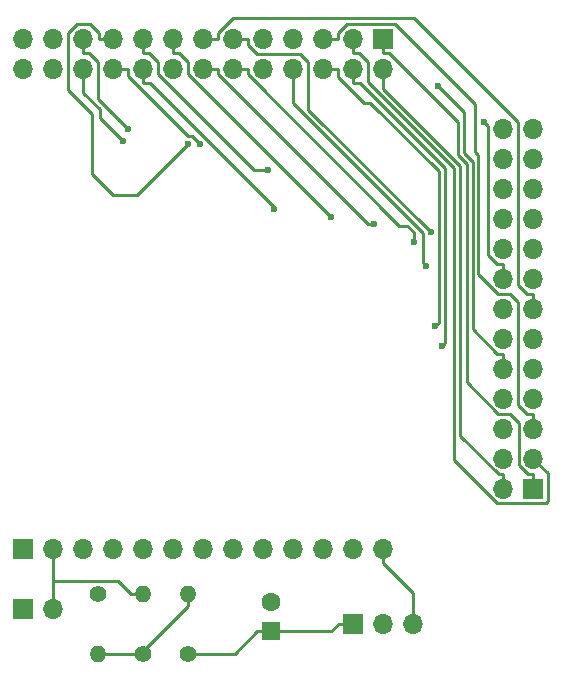
<source format=gtl>
G04 #@! TF.FileFunction,Copper,L1,Top,Signal*
%FSLAX46Y46*%
G04 Gerber Fmt 4.6, Leading zero omitted, Abs format (unit mm)*
G04 Created by KiCad (PCBNEW 4.0.1-stable) date 2017/09/23 6:08:57*
%MOMM*%
G01*
G04 APERTURE LIST*
%ADD10C,0.100000*%
%ADD11R,1.600000X1.600000*%
%ADD12C,1.600000*%
%ADD13R,1.700000X1.700000*%
%ADD14O,1.700000X1.700000*%
%ADD15C,1.400000*%
%ADD16O,1.400000X1.400000*%
%ADD17C,0.600000*%
%ADD18C,0.250000*%
G04 APERTURE END LIST*
D10*
D11*
X139573000Y-128270000D03*
D12*
X139573000Y-125770000D03*
D13*
X118618000Y-121285000D03*
D14*
X121158000Y-121285000D03*
X123698000Y-121285000D03*
X126238000Y-121285000D03*
X128778000Y-121285000D03*
X131318000Y-121285000D03*
X133858000Y-121285000D03*
X136398000Y-121285000D03*
X138938000Y-121285000D03*
X141478000Y-121285000D03*
X144018000Y-121285000D03*
X146558000Y-121285000D03*
X149098000Y-121285000D03*
D13*
X161798000Y-116205000D03*
D14*
X159258000Y-116205000D03*
X161798000Y-113665000D03*
X159258000Y-113665000D03*
X161798000Y-111125000D03*
X159258000Y-111125000D03*
X161798000Y-108585000D03*
X159258000Y-108585000D03*
X161798000Y-106045000D03*
X159258000Y-106045000D03*
X161798000Y-103505000D03*
X159258000Y-103505000D03*
X161798000Y-100965000D03*
X159258000Y-100965000D03*
X161798000Y-98425000D03*
X159258000Y-98425000D03*
X161798000Y-95885000D03*
X159258000Y-95885000D03*
X161798000Y-93345000D03*
X159258000Y-93345000D03*
X161798000Y-90805000D03*
X159258000Y-90805000D03*
X161798000Y-88265000D03*
X159258000Y-88265000D03*
X161798000Y-85725000D03*
X159258000Y-85725000D03*
D13*
X146558000Y-127635000D03*
D14*
X149098000Y-127635000D03*
X151638000Y-127635000D03*
D13*
X149098000Y-78105000D03*
D14*
X149098000Y-80645000D03*
X146558000Y-78105000D03*
X146558000Y-80645000D03*
X144018000Y-78105000D03*
X144018000Y-80645000D03*
X141478000Y-78105000D03*
X141478000Y-80645000D03*
X138938000Y-78105000D03*
X138938000Y-80645000D03*
X136398000Y-78105000D03*
X136398000Y-80645000D03*
X133858000Y-78105000D03*
X133858000Y-80645000D03*
X131318000Y-78105000D03*
X131318000Y-80645000D03*
X128778000Y-78105000D03*
X128778000Y-80645000D03*
X126238000Y-78105000D03*
X126238000Y-80645000D03*
X123698000Y-78105000D03*
X123698000Y-80645000D03*
X121158000Y-78105000D03*
X121158000Y-80645000D03*
X118618000Y-78105000D03*
X118618000Y-80645000D03*
D15*
X124968000Y-125095000D03*
D16*
X124968000Y-130175000D03*
D15*
X128778000Y-130175000D03*
D16*
X128778000Y-125095000D03*
D15*
X132588000Y-130175000D03*
D16*
X132588000Y-125095000D03*
D13*
X118618000Y-126365000D03*
D14*
X121158000Y-126365000D03*
D17*
X154027000Y-104149700D03*
X153449200Y-102471400D03*
X152724400Y-97384500D03*
X153741900Y-82160500D03*
X153095100Y-94516300D03*
X151660600Y-95300800D03*
X148300400Y-93802600D03*
X144686800Y-93227800D03*
X157593900Y-85185800D03*
X139324400Y-89242000D03*
X139802000Y-92520700D03*
X132534200Y-87066700D03*
X133565800Y-87071200D03*
X127475700Y-85767600D03*
X127030400Y-86737500D03*
D18*
X151638000Y-125050300D02*
X149098000Y-122510300D01*
X151638000Y-127635000D02*
X151638000Y-125050300D01*
X149098000Y-121285000D02*
X149098000Y-122510300D01*
X144697700Y-128270000D02*
X145332700Y-127635000D01*
X139573000Y-128270000D02*
X144697700Y-128270000D01*
X146558000Y-127635000D02*
X145332700Y-127635000D01*
X136492700Y-130175000D02*
X138397700Y-128270000D01*
X132588000Y-130175000D02*
X136492700Y-130175000D01*
X139573000Y-128270000D02*
X138397700Y-128270000D01*
X128778000Y-125095000D02*
X127702700Y-125095000D01*
X126616100Y-124008400D02*
X127702700Y-125095000D01*
X121158000Y-124008400D02*
X126616100Y-124008400D01*
X121158000Y-126365000D02*
X121158000Y-124008400D01*
X121158000Y-124008400D02*
X121158000Y-121285000D01*
X149098000Y-78105000D02*
X149098000Y-79330300D01*
X161798000Y-116205000D02*
X161798000Y-114979700D01*
X161338400Y-114979700D02*
X161798000Y-114979700D01*
X160572700Y-114214000D02*
X161338400Y-114979700D01*
X160572700Y-110692300D02*
X160572700Y-114214000D01*
X159780000Y-109899600D02*
X160572700Y-110692300D01*
X158818200Y-109899600D02*
X159780000Y-109899600D01*
X156138900Y-107220300D02*
X158818200Y-109899600D01*
X156138900Y-88724600D02*
X156138900Y-107220300D01*
X155388400Y-87974100D02*
X156138900Y-88724600D01*
X155388400Y-85192400D02*
X155388400Y-87974100D01*
X149526300Y-79330300D02*
X155388400Y-85192400D01*
X149098000Y-79330300D02*
X149526300Y-79330300D01*
X159258000Y-116205000D02*
X159258000Y-114979700D01*
X149098000Y-80645000D02*
X149098000Y-81870300D01*
X158839800Y-114979700D02*
X159258000Y-114979700D01*
X155579200Y-111719100D02*
X158839800Y-114979700D01*
X155579200Y-88872500D02*
X155579200Y-111719100D01*
X149098000Y-82391300D02*
X155579200Y-88872500D01*
X149098000Y-81870300D02*
X149098000Y-82391300D01*
X146558000Y-78105000D02*
X146558000Y-79330300D01*
X163043600Y-114910600D02*
X161798000Y-113665000D01*
X163043600Y-117223300D02*
X163043600Y-114910600D01*
X162836500Y-117430400D02*
X163043600Y-117223300D01*
X158750600Y-117430400D02*
X162836500Y-117430400D01*
X155078900Y-113758700D02*
X158750600Y-117430400D01*
X155078900Y-89079800D02*
X155078900Y-113758700D01*
X147783300Y-81784200D02*
X155078900Y-89079800D01*
X147783300Y-80096000D02*
X147783300Y-81784200D01*
X147017600Y-79330300D02*
X147783300Y-80096000D01*
X146558000Y-79330300D02*
X147017600Y-79330300D01*
X146558000Y-80645000D02*
X146558000Y-81870300D01*
X147093300Y-81870300D02*
X146558000Y-81870300D01*
X154270700Y-89047700D02*
X147093300Y-81870300D01*
X154270700Y-103906000D02*
X154270700Y-89047700D01*
X154027000Y-104149700D02*
X154270700Y-103906000D01*
X161290200Y-109899700D02*
X161798000Y-109899700D01*
X160483400Y-109092900D02*
X161290200Y-109899700D01*
X160483400Y-100399100D02*
X160483400Y-109092900D01*
X159779300Y-99695000D02*
X160483400Y-100399100D01*
X158778600Y-99695000D02*
X159779300Y-99695000D01*
X157139700Y-98056100D02*
X158778600Y-99695000D01*
X157139700Y-87956500D02*
X157139700Y-98056100D01*
X156889400Y-87706200D02*
X157139700Y-87956500D01*
X156889400Y-83652300D02*
X156889400Y-87706200D01*
X150116700Y-76879600D02*
X156889400Y-83652300D01*
X146009200Y-76879600D02*
X150116700Y-76879600D01*
X145243300Y-77645500D02*
X146009200Y-76879600D01*
X145243300Y-78105000D02*
X145243300Y-77645500D01*
X144018000Y-78105000D02*
X145243300Y-78105000D01*
X161798000Y-111125000D02*
X161798000Y-109899700D01*
X144018000Y-80645000D02*
X145243300Y-80645000D01*
X145243300Y-81332200D02*
X145243300Y-80645000D01*
X147453500Y-83542400D02*
X145243300Y-81332200D01*
X147968900Y-83542400D02*
X147453500Y-83542400D01*
X153770400Y-89343900D02*
X147968900Y-83542400D01*
X153770400Y-102150200D02*
X153770400Y-89343900D01*
X153449200Y-102471400D02*
X153770400Y-102150200D01*
X152419800Y-97079900D02*
X152724400Y-97384500D01*
X152419800Y-94526300D02*
X152419800Y-97079900D01*
X141478000Y-83584500D02*
X152419800Y-94526300D01*
X141478000Y-80645000D02*
X141478000Y-83584500D01*
X159258000Y-106045000D02*
X159258000Y-104819700D01*
X158750200Y-104819700D02*
X159258000Y-104819700D01*
X156639300Y-102708800D02*
X158750200Y-104819700D01*
X156639300Y-88517300D02*
X156639300Y-102708800D01*
X155888700Y-87766700D02*
X156639300Y-88517300D01*
X155888700Y-84307300D02*
X155888700Y-87766700D01*
X153741900Y-82160500D02*
X155888700Y-84307300D01*
X137623300Y-78612800D02*
X137623300Y-78105000D01*
X138430100Y-79419600D02*
X137623300Y-78612800D01*
X142067500Y-79419600D02*
X138430100Y-79419600D01*
X142748000Y-80100100D02*
X142067500Y-79419600D01*
X142748000Y-84146800D02*
X142748000Y-80100100D01*
X153095100Y-94493900D02*
X142748000Y-84146800D01*
X153095100Y-94516300D02*
X153095100Y-94493900D01*
X136398000Y-78105000D02*
X137623300Y-78105000D01*
X136398000Y-80645000D02*
X137623300Y-80645000D01*
X151660600Y-94484000D02*
X151660600Y-95300800D01*
X151119300Y-93942700D02*
X151660600Y-94484000D01*
X150436500Y-93942700D02*
X151119300Y-93942700D01*
X137623300Y-81129500D02*
X150436500Y-93942700D01*
X137623300Y-80645000D02*
X137623300Y-81129500D01*
X161290200Y-99739700D02*
X161798000Y-99739700D01*
X160483400Y-98932900D02*
X161290200Y-99739700D01*
X160483400Y-85125500D02*
X160483400Y-98932900D01*
X151711600Y-76353700D02*
X160483400Y-85125500D01*
X136375100Y-76353700D02*
X151711600Y-76353700D01*
X135083300Y-77645500D02*
X136375100Y-76353700D01*
X135083300Y-78105000D02*
X135083300Y-77645500D01*
X133858000Y-78105000D02*
X135083300Y-78105000D01*
X161798000Y-100965000D02*
X161798000Y-99739700D01*
X147781400Y-93802600D02*
X148300400Y-93802600D01*
X135083300Y-81104500D02*
X147781400Y-93802600D01*
X135083300Y-80645000D02*
X135083300Y-81104500D01*
X133858000Y-80645000D02*
X135083300Y-80645000D01*
X131318000Y-78105000D02*
X131318000Y-79330300D01*
X132543300Y-81084300D02*
X144686800Y-93227800D01*
X132543300Y-80096000D02*
X132543300Y-81084300D01*
X131777600Y-79330300D02*
X132543300Y-80096000D01*
X131318000Y-79330300D02*
X131777600Y-79330300D01*
X158750200Y-97199700D02*
X159258000Y-97199700D01*
X157943400Y-96392900D02*
X158750200Y-97199700D01*
X157943400Y-85535300D02*
X157943400Y-96392900D01*
X157593900Y-85185800D02*
X157943400Y-85535300D01*
X159258000Y-98425000D02*
X159258000Y-97199700D01*
X138133800Y-89242000D02*
X139324400Y-89242000D01*
X130003300Y-81111500D02*
X138133800Y-89242000D01*
X130003300Y-80096000D02*
X130003300Y-81111500D01*
X129237600Y-79330300D02*
X130003300Y-80096000D01*
X128778000Y-79330300D02*
X129237600Y-79330300D01*
X128778000Y-78105000D02*
X128778000Y-79330300D01*
X128778000Y-80645000D02*
X128778000Y-81870300D01*
X139801900Y-92520700D02*
X139802000Y-92520700D01*
X139801900Y-92352200D02*
X139801900Y-92520700D01*
X129320000Y-81870300D02*
X139801900Y-92352200D01*
X128778000Y-81870300D02*
X129320000Y-81870300D01*
X128256800Y-91344100D02*
X132534200Y-87066700D01*
X126168700Y-91344100D02*
X128256800Y-91344100D01*
X124415000Y-89590400D02*
X126168700Y-91344100D01*
X124415000Y-84475700D02*
X124415000Y-89590400D01*
X122428000Y-82488700D02*
X124415000Y-84475700D01*
X122428000Y-77623900D02*
X122428000Y-82488700D01*
X123172300Y-76879600D02*
X122428000Y-77623900D01*
X124246800Y-76879600D02*
X123172300Y-76879600D01*
X125012700Y-77645500D02*
X124246800Y-76879600D01*
X125012700Y-78105000D02*
X125012700Y-77645500D01*
X126238000Y-78105000D02*
X125012700Y-78105000D01*
X126238000Y-80645000D02*
X127463300Y-80645000D01*
X127463300Y-81306800D02*
X127463300Y-80645000D01*
X132547900Y-86391400D02*
X127463300Y-81306800D01*
X132886000Y-86391400D02*
X132547900Y-86391400D01*
X133565800Y-87071200D02*
X132886000Y-86391400D01*
X123698000Y-78105000D02*
X123698000Y-79330300D01*
X124157600Y-79330300D02*
X123698000Y-79330300D01*
X124923300Y-80096000D02*
X124157600Y-79330300D01*
X124923300Y-83215200D02*
X124923300Y-80096000D01*
X127475700Y-85767600D02*
X124923300Y-83215200D01*
X123698000Y-82697500D02*
X123698000Y-80645000D01*
X125092300Y-84091800D02*
X123698000Y-82697500D01*
X125092300Y-84799400D02*
X125092300Y-84091800D01*
X127030400Y-86737500D02*
X125092300Y-84799400D01*
X132588000Y-125095000D02*
X132588000Y-126170300D01*
X128778000Y-129980300D02*
X128778000Y-130175000D01*
X132588000Y-126170300D02*
X128778000Y-129980300D01*
X124968000Y-130175000D02*
X126043300Y-130175000D01*
X128778000Y-130175000D02*
X126043300Y-130175000D01*
M02*

</source>
